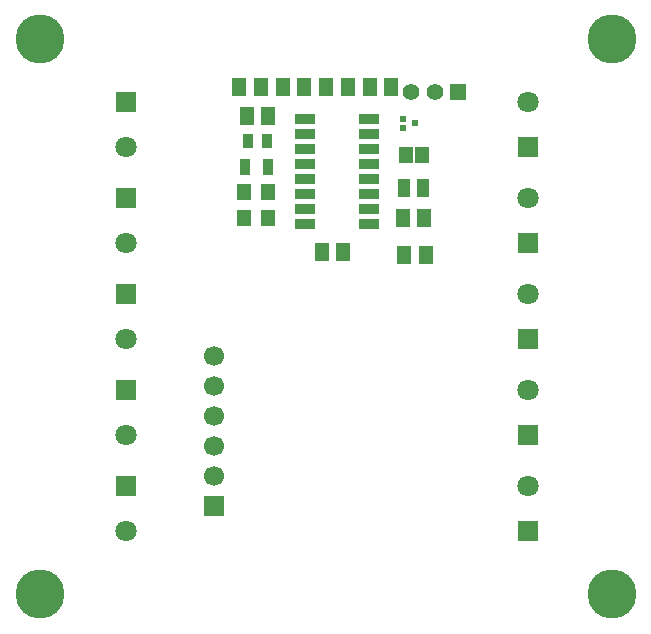
<source format=gbs>
G04*
G04 #@! TF.GenerationSoftware,Altium Limited,Altium Designer,23.3.1 (30)*
G04*
G04 Layer_Color=16711935*
%FSLAX25Y25*%
%MOIN*%
G70*
G04*
G04 #@! TF.SameCoordinates,DDE6331C-4F95-4F18-AA14-E53DA5D8DD09*
G04*
G04*
G04 #@! TF.FilePolarity,Negative*
G04*
G01*
G75*
%ADD28R,0.03367X0.04969*%
%ADD33R,0.05118X0.06299*%
%ADD44C,0.05472*%
%ADD45R,0.05472X0.05472*%
%ADD46R,0.06693X0.06693*%
%ADD47C,0.06693*%
%ADD48R,0.07087X0.07087*%
%ADD49C,0.07087*%
%ADD50C,0.16339*%
%ADD61R,0.04942X0.05756*%
%ADD62R,0.03740X0.05709*%
%ADD66R,0.04545X0.05339*%
%ADD67R,0.06594X0.03347*%
%ADD68R,0.02165X0.02165*%
%ADD69R,0.04724X0.06299*%
%ADD70R,0.03937X0.05906*%
D28*
X237250Y268500D02*
D03*
X230750D02*
D03*
D33*
X235043Y286500D02*
D03*
X227957D02*
D03*
X242457D02*
D03*
X249543D02*
D03*
X264043D02*
D03*
X256957D02*
D03*
X271457D02*
D03*
X278543D02*
D03*
X262543Y231500D02*
D03*
X255457D02*
D03*
X237543Y277000D02*
D03*
X230457D02*
D03*
X282957Y230500D02*
D03*
X290043D02*
D03*
D44*
X285126Y285000D02*
D03*
X293000D02*
D03*
D45*
X300874D02*
D03*
D46*
X219500Y147000D02*
D03*
D47*
Y157000D02*
D03*
Y167000D02*
D03*
Y177000D02*
D03*
Y187000D02*
D03*
Y197000D02*
D03*
D48*
X324000Y234500D02*
D03*
Y202500D02*
D03*
Y170500D02*
D03*
Y266500D02*
D03*
Y138500D02*
D03*
X190000Y249500D02*
D03*
Y153500D02*
D03*
Y185500D02*
D03*
Y217500D02*
D03*
Y281500D02*
D03*
D49*
X324000Y249500D02*
D03*
Y217500D02*
D03*
Y185500D02*
D03*
Y281500D02*
D03*
Y153500D02*
D03*
X190000Y234500D02*
D03*
Y138500D02*
D03*
Y170500D02*
D03*
Y202500D02*
D03*
Y266500D02*
D03*
D50*
X352000Y117500D02*
D03*
Y302500D02*
D03*
X161500Y117500D02*
D03*
Y302500D02*
D03*
D61*
X237537Y251500D02*
D03*
X229463D02*
D03*
X237537Y243000D02*
D03*
X229463D02*
D03*
D62*
X229661Y260000D02*
D03*
X237339D02*
D03*
D66*
X288661Y264000D02*
D03*
X283339D02*
D03*
D67*
X249823Y276000D02*
D03*
Y271000D02*
D03*
Y266000D02*
D03*
Y261000D02*
D03*
Y256000D02*
D03*
Y251000D02*
D03*
Y246000D02*
D03*
Y241000D02*
D03*
X271177D02*
D03*
Y246000D02*
D03*
Y251000D02*
D03*
Y256000D02*
D03*
Y261000D02*
D03*
Y266000D02*
D03*
Y271000D02*
D03*
Y276000D02*
D03*
D68*
X286469Y274500D02*
D03*
X282531Y276075D02*
D03*
Y272925D02*
D03*
D69*
X289642Y243000D02*
D03*
X282358D02*
D03*
D70*
X282752Y253000D02*
D03*
X289248D02*
D03*
M02*

</source>
